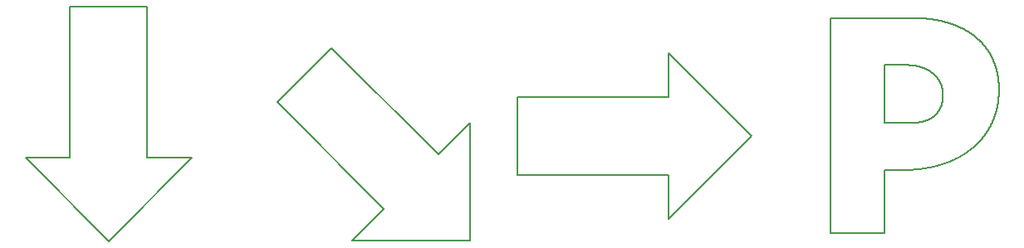
<source format=gbr>
G04 #@! TF.GenerationSoftware,KiCad,Pcbnew,5.0.1*
G04 #@! TF.CreationDate,2018-12-01T17:23:22-05:00*
G04 #@! TF.ProjectId,fightkeyb-pcb-switch,66696768746B6579622D7063622D7377,rev?*
G04 #@! TF.SameCoordinates,Original*
G04 #@! TF.FileFunction,Legend,Top*
G04 #@! TF.FilePolarity,Positive*
%FSLAX46Y46*%
G04 Gerber Fmt 4.6, Leading zero omitted, Abs format (unit mm)*
G04 Created by KiCad (PCBNEW 5.0.1) date Sat 01 Dec 2018 05:23:22 PM EST*
%MOMM*%
%LPD*%
G01*
G04 APERTURE LIST*
%ADD10C,0.200000*%
G04 APERTURE END LIST*
D10*
X221938562Y-119343312D02*
X221922895Y-119352284D01*
X221954143Y-119334255D02*
X221938562Y-119343312D01*
X221969640Y-119325113D02*
X221954143Y-119334255D01*
X222493516Y-114997645D02*
X222506612Y-115011780D01*
X221247828Y-119634198D02*
X221228924Y-119639646D01*
X221266654Y-119628659D02*
X221247828Y-119634198D01*
X221285402Y-119623029D02*
X221266654Y-119628659D01*
X221304072Y-119617309D02*
X221285402Y-119623029D01*
X222956370Y-115675086D02*
X222964605Y-115692474D01*
X222948016Y-115657771D02*
X222956370Y-115675086D01*
X222384919Y-114887470D02*
X222398863Y-114900958D01*
X222506612Y-115011780D02*
X222519600Y-115025995D01*
X222467004Y-114969617D02*
X222480313Y-114983591D01*
X221432573Y-119574748D02*
X221414452Y-119581097D01*
X221450615Y-119568309D02*
X221432573Y-119574748D01*
X221468578Y-119561781D02*
X221450615Y-119568309D01*
X222582924Y-115098259D02*
X222595263Y-115112949D01*
X223219556Y-117248836D02*
X223217824Y-117268617D01*
X223221178Y-117228990D02*
X223219556Y-117248836D01*
X227522911Y-111995474D02*
X227494544Y-111959958D01*
X227551010Y-112031191D02*
X227522911Y-111995474D01*
X227578840Y-112067110D02*
X227551010Y-112031191D01*
X227606400Y-112103229D02*
X227578840Y-112067110D01*
X227633691Y-112139548D02*
X227606400Y-112103229D01*
X227660711Y-112176067D02*
X227633691Y-112139548D01*
X227687460Y-112212786D02*
X227660711Y-112176067D01*
X227713939Y-112249704D02*
X227687460Y-112212786D01*
X227740145Y-112286822D02*
X227713939Y-112249704D01*
X227766080Y-112324138D02*
X227740145Y-112286822D01*
X227791743Y-112361653D02*
X227766080Y-112324138D01*
X227817133Y-112399366D02*
X227791743Y-112361653D01*
X227842250Y-112437276D02*
X227817133Y-112399366D01*
X222867530Y-115505174D02*
X222876941Y-115521838D01*
X222858004Y-115488583D02*
X222867530Y-115505174D01*
X222686080Y-118695164D02*
X222675526Y-118708779D01*
X222696540Y-118681471D02*
X222686080Y-118695164D01*
X222706904Y-118667701D02*
X222696540Y-118681471D01*
X223047278Y-115888382D02*
X223054067Y-115906609D01*
X223040367Y-115870223D02*
X223047278Y-115888382D01*
X222481753Y-118928243D02*
X222469521Y-118940440D01*
X222493893Y-118915967D02*
X222481753Y-118928243D01*
X222505942Y-118903610D02*
X222493893Y-118915967D01*
X225037488Y-123187069D02*
X225084963Y-123159652D01*
X224989758Y-123214245D02*
X225037488Y-123187069D01*
X224941775Y-123241178D02*
X224989758Y-123214245D01*
X224893539Y-123267868D02*
X224941775Y-123241178D01*
X224845050Y-123294315D02*
X224893539Y-123267868D01*
X224796309Y-123320518D02*
X224845050Y-123294315D01*
X221744054Y-114417177D02*
X221761980Y-114427235D01*
X223229422Y-117088237D02*
X223228578Y-117108540D01*
X223230153Y-117067870D02*
X223229422Y-117088237D01*
X222053272Y-124307134D02*
X222113736Y-124293850D01*
X221992592Y-124320146D02*
X222053272Y-124307134D01*
X221931694Y-124332884D02*
X221992592Y-124320146D01*
X221870581Y-124345348D02*
X221931694Y-124332884D01*
X221809253Y-124357537D02*
X221870581Y-124345348D01*
X220483150Y-113981399D02*
X220506310Y-113985598D01*
X220974317Y-114097067D02*
X220995707Y-114103467D01*
X221306360Y-114211072D02*
X221326379Y-114219010D01*
X221286254Y-114203228D02*
X221306360Y-114211072D01*
X221326379Y-114219010D02*
X221346310Y-114227043D01*
X221444635Y-114268615D02*
X221464032Y-114277210D01*
X221671411Y-114377845D02*
X221689711Y-114387543D01*
X221143076Y-114150989D02*
X221163788Y-114158165D01*
X221101394Y-114136927D02*
X221122277Y-114143910D01*
X222269610Y-114782528D02*
X222284386Y-114795356D01*
X222412703Y-114914528D02*
X222426437Y-114928178D01*
X221266060Y-114195479D02*
X221286254Y-114203228D01*
X223171657Y-117594693D02*
X223167968Y-117613266D01*
X223175239Y-117576051D02*
X223171657Y-117594693D01*
X223147921Y-117705106D02*
X223143592Y-117723268D01*
X223152143Y-117686876D02*
X223147921Y-117705106D01*
X228915347Y-115770228D02*
X228911535Y-115718525D01*
X228918857Y-115822106D02*
X228915347Y-115770228D01*
X228922064Y-115874159D02*
X228918857Y-115822106D01*
X228924967Y-115926386D02*
X228922064Y-115874159D01*
X228927566Y-115978787D02*
X228924967Y-115926386D01*
X228929861Y-116031362D02*
X228927566Y-115978787D01*
X228931852Y-116084110D02*
X228929861Y-116031362D01*
X228933537Y-116137031D02*
X228931852Y-116084110D01*
X228934916Y-116190125D02*
X228933537Y-116137031D01*
X228935990Y-116243391D02*
X228934916Y-116190125D01*
X226182827Y-110735056D02*
X226144036Y-110707840D01*
X226221366Y-110762485D02*
X226182827Y-110735056D01*
X226259652Y-110790127D02*
X226221366Y-110762485D01*
X226297684Y-110817982D02*
X226259652Y-110790127D01*
X226335461Y-110846050D02*
X226297684Y-110817982D01*
X226372985Y-110874330D02*
X226335461Y-110846050D01*
X226410253Y-110902822D02*
X226372985Y-110874330D01*
X226447266Y-110931526D02*
X226410253Y-110902822D01*
X226484024Y-110960441D02*
X226447266Y-110931526D01*
X226520526Y-110989567D02*
X226484024Y-110960441D01*
X226556771Y-111018903D02*
X226520526Y-110989567D01*
X226592759Y-111048451D02*
X226556771Y-111018903D01*
X226628490Y-111078208D02*
X226592759Y-111048451D01*
X226663963Y-111108175D02*
X226628490Y-111078208D01*
X222205908Y-119167371D02*
X222191792Y-119177857D01*
X222219935Y-119156802D02*
X222205908Y-119167371D01*
X222233875Y-119146150D02*
X222219935Y-119156802D01*
X222934582Y-118298713D02*
X222926653Y-118314372D01*
X222942410Y-118282979D02*
X222934582Y-118298713D01*
X222950139Y-118267172D02*
X222942410Y-118282979D01*
X225616910Y-110373602D02*
X225574620Y-110349408D01*
X225658954Y-110398015D02*
X225616910Y-110373602D01*
X225700749Y-110422645D02*
X225658954Y-110398015D01*
X225742296Y-110447492D02*
X225700749Y-110422645D01*
X225783595Y-110472556D02*
X225742296Y-110447492D01*
X225824645Y-110497837D02*
X225783595Y-110472556D01*
X225865446Y-110523333D02*
X225824645Y-110497837D01*
X225905997Y-110549046D02*
X225865446Y-110523333D01*
X225946298Y-110574975D02*
X225905997Y-110549046D01*
X225986348Y-110601118D02*
X225946298Y-110574975D01*
X226026147Y-110627477D02*
X225986348Y-110601118D01*
X226065695Y-110654050D02*
X226026147Y-110627477D01*
X226104991Y-110680838D02*
X226065695Y-110654050D01*
X226144036Y-110707840D02*
X226104991Y-110680838D01*
X221592077Y-119513596D02*
X221574675Y-119520745D01*
X221609398Y-119506359D02*
X221592077Y-119513596D01*
X221626638Y-119499034D02*
X221609398Y-119506359D01*
X221385907Y-114243390D02*
X221405572Y-114251705D01*
X221366153Y-114235169D02*
X221385907Y-114243390D01*
X221425148Y-114260113D02*
X221444635Y-114268615D01*
X221225411Y-114180267D02*
X221245779Y-114187826D01*
X223185339Y-117519717D02*
X223182080Y-117538563D01*
X223188491Y-117500804D02*
X223185339Y-117519717D01*
X222299059Y-114808267D02*
X222313629Y-114821262D01*
X222557919Y-115069116D02*
X222570476Y-115083648D01*
X222823779Y-109351506D02*
X222768044Y-109340230D01*
X222879290Y-109363017D02*
X222823779Y-109351506D01*
X222934576Y-109374763D02*
X222879290Y-109363017D01*
X222989636Y-109386743D02*
X222934576Y-109374763D01*
X223044470Y-109398958D02*
X222989636Y-109386743D01*
X223099078Y-109411407D02*
X223044470Y-109398958D01*
X223153459Y-109424090D02*
X223099078Y-109411407D01*
X223207613Y-109437006D02*
X223153459Y-109424090D01*
X223261539Y-109450155D02*
X223207613Y-109437006D01*
X223315237Y-109463537D02*
X223261539Y-109450155D01*
X223368707Y-109477151D02*
X223315237Y-109463537D01*
X223421948Y-109490997D02*
X223368707Y-109477151D01*
X223474960Y-109505076D02*
X223421948Y-109490997D01*
X223527742Y-109519386D02*
X223474960Y-109505076D01*
X223580295Y-109533927D02*
X223527742Y-109519386D01*
X223228855Y-116794844D02*
X223229737Y-116816021D01*
X223227840Y-116773728D02*
X223228855Y-116794844D01*
X226699178Y-111138351D02*
X226663963Y-111108175D01*
X226734135Y-111168737D02*
X226699178Y-111138351D01*
X226768833Y-111199332D02*
X226734135Y-111168737D01*
X226803272Y-111230135D02*
X226768833Y-111199332D01*
X226837451Y-111261147D02*
X226803272Y-111230135D01*
X226871371Y-111292366D02*
X226837451Y-111261147D01*
X226905029Y-111323793D02*
X226871371Y-111292366D01*
X226938427Y-111355428D02*
X226905029Y-111323793D01*
X226971564Y-111387269D02*
X226938427Y-111355428D01*
X227004439Y-111419317D02*
X226971564Y-111387269D01*
X227037053Y-111451572D02*
X227004439Y-111419317D01*
X227069403Y-111484033D02*
X227037053Y-111451572D01*
X227101491Y-111516700D02*
X227069403Y-111484033D01*
X228251778Y-119726469D02*
X228272935Y-119679239D01*
X228230304Y-119773510D02*
X228251778Y-119726469D01*
X228208513Y-119820360D02*
X228230304Y-119773510D01*
X228186408Y-119867020D02*
X228208513Y-119820360D01*
X228163987Y-119913489D02*
X228186408Y-119867020D01*
X228141251Y-119959766D02*
X228163987Y-119913489D01*
X228118203Y-120005850D02*
X228141251Y-119959766D01*
X228094841Y-120051741D02*
X228118203Y-120005850D01*
X228551796Y-118948414D02*
X228567789Y-118898226D01*
X228535474Y-118998420D02*
X228551796Y-118948414D01*
X228518826Y-119048246D02*
X228535474Y-118998420D01*
X228501851Y-119097890D02*
X228518826Y-119048246D01*
X228484550Y-119147351D02*
X228501851Y-119097890D01*
X228466925Y-119196630D02*
X228484550Y-119147351D01*
X228448974Y-119245726D02*
X228466925Y-119196630D01*
X228430700Y-119294637D02*
X228448974Y-119245726D01*
X224448132Y-123497062D02*
X224498616Y-123472582D01*
X224397402Y-123521293D02*
X224448132Y-123497062D01*
X224346426Y-123545275D02*
X224397402Y-123521293D01*
X224295205Y-123569007D02*
X224346426Y-123545275D01*
X224243740Y-123592490D02*
X224295205Y-123569007D01*
X224192031Y-123615721D02*
X224243740Y-123592490D01*
X228683854Y-118490296D02*
X228696867Y-118438510D01*
X228670508Y-118541908D02*
X228683854Y-118490296D01*
X228656828Y-118593343D02*
X228670508Y-118541908D01*
X228642816Y-118644602D02*
X228656828Y-118593343D01*
X228628471Y-118695683D02*
X228642816Y-118644602D01*
X228613796Y-118746587D02*
X228628471Y-118695683D01*
X228598790Y-118797313D02*
X228613796Y-118746587D01*
X228583454Y-118847859D02*
X228598790Y-118797313D01*
X228567789Y-118898226D02*
X228583454Y-118847859D01*
X228412103Y-119343364D02*
X228430700Y-119294637D01*
X228393184Y-119391906D02*
X228412103Y-119343364D01*
X228373943Y-119440262D02*
X228393184Y-119391906D01*
X228354381Y-119488432D02*
X228373943Y-119440262D01*
X228334498Y-119536415D02*
X228354381Y-119488432D01*
X228314296Y-119584211D02*
X228334498Y-119536415D01*
X228293775Y-119631819D02*
X228314296Y-119584211D01*
X228272935Y-119679239D02*
X228293775Y-119631819D01*
X225852442Y-122657133D02*
X225895220Y-122625463D01*
X225809397Y-122688572D02*
X225852442Y-122657133D01*
X225766087Y-122719779D02*
X225809397Y-122688572D01*
X225722510Y-122750754D02*
X225766087Y-122719779D01*
X225678670Y-122781495D02*
X225722510Y-122750754D01*
X225634565Y-122812002D02*
X225678670Y-122781495D01*
X220800226Y-114049410D02*
X220822274Y-114055021D01*
X222444783Y-118964593D02*
X222432277Y-118976549D01*
X222457197Y-118952556D02*
X222444783Y-118964593D01*
X222469521Y-118940440D02*
X222457197Y-118952556D01*
X227152825Y-121454172D02*
X227186131Y-121414967D01*
X227119230Y-121493164D02*
X227152825Y-121454172D01*
X227085345Y-121531944D02*
X227119230Y-121493164D01*
X227051172Y-121570510D02*
X227085345Y-121531944D01*
X227016711Y-121608862D02*
X227051172Y-121570510D01*
X226981963Y-121646999D02*
X227016711Y-121608862D01*
X226946928Y-121684922D02*
X226981963Y-121646999D01*
X222368386Y-119035118D02*
X222355337Y-119046589D01*
X222381345Y-119023566D02*
X222368386Y-119035118D01*
X222394214Y-119011933D02*
X222381345Y-119023566D01*
X223018904Y-115816164D02*
X223026180Y-115834114D01*
X223011508Y-115798283D02*
X223018904Y-115816164D01*
X219117971Y-124613978D02*
X219187534Y-124613531D01*
X219048221Y-124614127D02*
X219117971Y-124613978D01*
X217241617Y-124614127D02*
X219048221Y-124614127D01*
X217241617Y-131081109D02*
X217241617Y-124614127D01*
X211758127Y-131081109D02*
X217241617Y-131081109D01*
X222631623Y-115157488D02*
X222643523Y-115172491D01*
X220342576Y-113958361D02*
X220366196Y-113961943D01*
X222284386Y-114795356D02*
X222299059Y-114808267D01*
X221578519Y-114330724D02*
X221597282Y-114339966D01*
X225318496Y-123018962D02*
X225364430Y-122990106D01*
X225272304Y-123047579D02*
X225318496Y-123018962D01*
X225225854Y-123075957D02*
X225272304Y-123047579D01*
X225179147Y-123104095D02*
X225225854Y-123075957D01*
X225132183Y-123131994D02*
X225179147Y-123104095D01*
X225084963Y-123159652D02*
X225132183Y-123131994D01*
X222119904Y-119229039D02*
X222105265Y-119239025D01*
X222134456Y-119218969D02*
X222119904Y-119229039D01*
X222148921Y-119208816D02*
X222134456Y-119218969D01*
X221346310Y-114227043D02*
X221366153Y-114235169D01*
X221707919Y-114397330D02*
X221726033Y-114407209D01*
X219522278Y-113899505D02*
X219548252Y-113899560D01*
X223215982Y-117288331D02*
X223214029Y-117307980D01*
X223217824Y-117268617D02*
X223215982Y-117288331D01*
X220605514Y-119762778D02*
X220584229Y-119765250D01*
X220626728Y-119760211D02*
X220605514Y-119762778D01*
X220647869Y-119757549D02*
X220626728Y-119760211D01*
X220668939Y-119754792D02*
X220647869Y-119757549D01*
X222254732Y-114769784D02*
X222269610Y-114782528D01*
X220199277Y-113939054D02*
X220223347Y-113942011D01*
X221017012Y-114109965D02*
X221038234Y-114116560D01*
X222859655Y-118436974D02*
X222850837Y-118451963D01*
X222868376Y-118421910D02*
X222859655Y-118436974D01*
X222876998Y-118406771D02*
X222868376Y-118421910D01*
X223001425Y-118154472D02*
X222994402Y-118170791D01*
X223008348Y-118138081D02*
X223001425Y-118154472D01*
X223015169Y-118121617D02*
X223008348Y-118138081D01*
X223060733Y-115924905D02*
X223067277Y-115943270D01*
X223054067Y-115906609D02*
X223060733Y-115924905D01*
X223110338Y-117848454D02*
X223105167Y-117866059D01*
X223115404Y-117830780D02*
X223110338Y-117848454D01*
X223196641Y-116464258D02*
X223199642Y-116484457D01*
X223193509Y-116444121D02*
X223196641Y-116464258D01*
X222194196Y-114719643D02*
X222209483Y-114732052D01*
X222353405Y-124237996D02*
X222412773Y-124223356D01*
X222293817Y-124252366D02*
X222353405Y-124237996D01*
X222234009Y-124266465D02*
X222293817Y-124252366D01*
X222173982Y-124280293D02*
X222234009Y-124266465D01*
X222113736Y-124293850D02*
X222173982Y-124280293D01*
X221778121Y-119429168D02*
X221761618Y-119437280D01*
X221794541Y-119420970D02*
X221778121Y-119429168D01*
X221810877Y-119412686D02*
X221794541Y-119420970D01*
X221827131Y-119404315D02*
X221810877Y-119412686D01*
X221015931Y-119693546D02*
X220996113Y-119697895D01*
X221035674Y-119689105D02*
X221015931Y-119693546D01*
X221055341Y-119684572D02*
X221035674Y-119689105D01*
X221074933Y-119679947D02*
X221055341Y-119684572D01*
X223159510Y-116265749D02*
X223163801Y-116285311D01*
X223155091Y-116246251D02*
X223159510Y-116265749D01*
X221779813Y-114437383D02*
X221797550Y-114447620D01*
X222356715Y-114860740D02*
X222370869Y-114874064D01*
X221163788Y-114158165D02*
X221184415Y-114165437D01*
X220936209Y-119710384D02*
X220916092Y-119714362D01*
X220956252Y-119706314D02*
X220936209Y-119710384D01*
X220976220Y-119702151D02*
X220956252Y-119706314D01*
X220996113Y-119697895D02*
X220976220Y-119702151D01*
X220126624Y-113930812D02*
X220150915Y-113933454D01*
X221486461Y-119555163D02*
X221468578Y-119561781D01*
X221504264Y-119548457D02*
X221486461Y-119555163D01*
X221521987Y-119541662D02*
X221504264Y-119548457D01*
X223060055Y-118004353D02*
X223053950Y-118021320D01*
X223066056Y-117987314D02*
X223060055Y-118004353D01*
X223071954Y-117970205D02*
X223066056Y-117987314D01*
X222328970Y-119069286D02*
X222315652Y-119080513D01*
X222342198Y-119057978D02*
X222328970Y-119069286D01*
X222355337Y-119046589D02*
X222342198Y-119057978D01*
X220345419Y-119786123D02*
X220323288Y-119787443D01*
X220367480Y-119784707D02*
X220345419Y-119786123D01*
X220389471Y-119783194D02*
X220367480Y-119784707D01*
X220411392Y-119781584D02*
X220389471Y-119783194D01*
X221986351Y-114566082D02*
X222002933Y-114577377D01*
X221559665Y-114321575D02*
X221578519Y-114330724D01*
X222370869Y-114874064D02*
X222384919Y-114887470D01*
X220141443Y-124576262D02*
X220208126Y-124571408D01*
X220074564Y-124580826D02*
X220141443Y-124576262D01*
X220007488Y-124585100D02*
X220074564Y-124580826D01*
X219940217Y-124589083D02*
X220007488Y-124585100D01*
X219872752Y-124592774D02*
X219940217Y-124589083D01*
X221322665Y-119611499D02*
X221304072Y-119617309D01*
X221341179Y-119605599D02*
X221322665Y-119611499D01*
X221359615Y-119599608D02*
X221341179Y-119605599D01*
X222805279Y-118525778D02*
X222795875Y-118540314D01*
X222814586Y-118511166D02*
X222805279Y-118525778D01*
X222823795Y-118496479D02*
X222814586Y-118511166D01*
X223212687Y-116586389D02*
X223214902Y-116606961D01*
X223210341Y-116565879D02*
X223212687Y-116586389D01*
X220620940Y-114008122D02*
X220643630Y-114012931D01*
X222922244Y-115606254D02*
X222930953Y-115623354D01*
X222913417Y-115589226D02*
X222922244Y-115606254D01*
X222767087Y-115342601D02*
X222777646Y-115358522D01*
X222756415Y-115326755D02*
X222767087Y-115342601D01*
X222313629Y-114821262D02*
X222328095Y-114834339D01*
X220855295Y-119725735D02*
X220834882Y-119729339D01*
X220875635Y-119722037D02*
X220855295Y-119725735D01*
X220895900Y-119718246D02*
X220875635Y-119722037D01*
X220916092Y-119714362D02*
X220895900Y-119718246D01*
X226656424Y-121980492D02*
X226693725Y-121944310D01*
X226618843Y-122016453D02*
X226656424Y-121980492D01*
X226580982Y-122052194D02*
X226618843Y-122016453D01*
X226542842Y-122087713D02*
X226580982Y-122052194D01*
X226504423Y-122123010D02*
X226542842Y-122087713D01*
X226465727Y-122158085D02*
X226504423Y-122123010D01*
X226426755Y-122192937D02*
X226465727Y-122158085D01*
X220529392Y-113989899D02*
X220552397Y-113994303D01*
X223632617Y-109548699D02*
X223580295Y-109533927D01*
X223684708Y-109563701D02*
X223632617Y-109548699D01*
X223736569Y-109578934D02*
X223684708Y-109563701D01*
X223788197Y-109594397D02*
X223736569Y-109578934D01*
X223839594Y-109610090D02*
X223788197Y-109594397D01*
X223890759Y-109626012D02*
X223839594Y-109610090D01*
X223941690Y-109642163D02*
X223890759Y-109626012D01*
X223992389Y-109658543D02*
X223941690Y-109642163D01*
X224042854Y-109675152D02*
X223992389Y-109658543D01*
X224093086Y-109691988D02*
X224042854Y-109675152D01*
X224143083Y-109709053D02*
X224093086Y-109691988D01*
X224192845Y-109726345D02*
X224143083Y-109709053D01*
X224242372Y-109743864D02*
X224192845Y-109726345D01*
X224291664Y-109761611D02*
X224242372Y-109743864D01*
X223041432Y-118055040D02*
X223035020Y-118071792D01*
X223047742Y-118038216D02*
X223041432Y-118055040D01*
X223053950Y-118021320D02*
X223047742Y-118038216D01*
X227870619Y-120455984D02*
X227896766Y-120411855D01*
X227844166Y-120499914D02*
X227870619Y-120455984D01*
X227817408Y-120543645D02*
X227844166Y-120499914D01*
X227790344Y-120587176D02*
X227817408Y-120543645D01*
X227762977Y-120630507D02*
X227790344Y-120587176D01*
X227735306Y-120673636D02*
X227762977Y-120630507D01*
X227707333Y-120716565D02*
X227735306Y-120673636D01*
X227679058Y-120759291D02*
X227707333Y-120716565D01*
X222980050Y-118203211D02*
X222972723Y-118219311D01*
X222987277Y-118187037D02*
X222980050Y-118203211D01*
X222994402Y-118170791D02*
X222987277Y-118187037D01*
X221094449Y-119675230D02*
X221074933Y-119679947D01*
X221113889Y-119670421D02*
X221094449Y-119675230D01*
X221133253Y-119665520D02*
X221113889Y-119670421D01*
X221152541Y-119660528D02*
X221133253Y-119665520D01*
X228604607Y-114066868D02*
X228590448Y-114021479D01*
X228618477Y-114112442D02*
X228604607Y-114066868D01*
X228632057Y-114158202D02*
X228618477Y-114112442D01*
X228645349Y-114204146D02*
X228632057Y-114158202D01*
X228658350Y-114250276D02*
X228645349Y-114204146D01*
X228671060Y-114296590D02*
X228658350Y-114250276D01*
X228683480Y-114343087D02*
X228671060Y-114296590D01*
X228695608Y-114389769D02*
X228683480Y-114343087D01*
X228707445Y-114436634D02*
X228695608Y-114389769D01*
X228718990Y-114483682D02*
X228707445Y-114436634D01*
X228730242Y-114530914D02*
X228718990Y-114483682D01*
X228741202Y-114578327D02*
X228730242Y-114530914D01*
X222666993Y-115202729D02*
X222678562Y-115217964D01*
X222517898Y-118891174D02*
X222505942Y-118903610D01*
X222529763Y-118878659D02*
X222517898Y-118891174D01*
X222541535Y-118866064D02*
X222529763Y-118878659D01*
X220472875Y-124549106D02*
X220538563Y-124542812D01*
X220406986Y-124555114D02*
X220472875Y-124549106D01*
X220340898Y-124560833D02*
X220406986Y-124555114D01*
X220274611Y-124566265D02*
X220340898Y-124560833D01*
X220208126Y-124571408D02*
X220274611Y-124566265D01*
X221615952Y-114349299D02*
X221634531Y-114358723D01*
X222619613Y-115142564D02*
X222631623Y-115157488D01*
X228164995Y-112988631D02*
X228143742Y-112947983D01*
X228185968Y-113029473D02*
X228164995Y-112988631D01*
X228206663Y-113070508D02*
X228185968Y-113029473D01*
X228227077Y-113111736D02*
X228206663Y-113070508D01*
X228247211Y-113153156D02*
X228227077Y-113111736D01*
X228267065Y-113194768D02*
X228247211Y-113153156D01*
X228286638Y-113236572D02*
X228267065Y-113194768D01*
X228305929Y-113278567D02*
X228286638Y-113236572D01*
X228324938Y-113320753D02*
X228305929Y-113278567D01*
X228343666Y-113363130D02*
X228324938Y-113320753D01*
X228362110Y-113405698D02*
X228343666Y-113363130D01*
X228380272Y-113448456D02*
X228362110Y-113405698D01*
X228398151Y-113491404D02*
X228380272Y-113448456D01*
X220389740Y-113965628D02*
X220413208Y-113969417D01*
X221884812Y-114500143D02*
X221901977Y-114510913D01*
X223197295Y-117443660D02*
X223194469Y-117462775D01*
X223200013Y-117424477D02*
X223197295Y-117443660D01*
X221901977Y-114510913D02*
X221919046Y-114521771D01*
X223202513Y-116504719D02*
X223205253Y-116525044D01*
X223199642Y-116484457D02*
X223202513Y-116504719D01*
X219854642Y-113908754D02*
X219879725Y-113910225D01*
X227650481Y-120801814D02*
X227679058Y-120759291D01*
X227621604Y-120844135D02*
X227650481Y-120801814D01*
X227592426Y-120886251D02*
X227621604Y-120844135D01*
X227562950Y-120928163D02*
X227592426Y-120886251D01*
X227533174Y-120969871D02*
X227562950Y-120928163D01*
X227503101Y-121011373D02*
X227533174Y-120969871D01*
X227472731Y-121052669D02*
X227503101Y-121011373D01*
X227442064Y-121093758D02*
X227472731Y-121052669D01*
X222988596Y-115745061D02*
X222996353Y-115762731D01*
X222980718Y-115727461D02*
X222988596Y-115745061D01*
X221171752Y-119655444D02*
X221152541Y-119660528D01*
X221190886Y-119650269D02*
X221171752Y-119655444D01*
X221209944Y-119645003D02*
X221190886Y-119650269D01*
X221228924Y-119639646D02*
X221209944Y-119645003D01*
X219728182Y-113903018D02*
X219753613Y-113903949D01*
X222019417Y-114588760D02*
X222035804Y-114600229D01*
X221540720Y-114312517D02*
X221559665Y-114321575D01*
X226911608Y-121722629D02*
X226946928Y-121684922D01*
X226876003Y-121760120D02*
X226911608Y-121722629D01*
X226840114Y-121797394D02*
X226876003Y-121760120D01*
X226803940Y-121834450D02*
X226840114Y-121797394D01*
X226767484Y-121871289D02*
X226803940Y-121834450D01*
X226730746Y-121907909D02*
X226767484Y-121871289D01*
X226693725Y-121944310D02*
X226730746Y-121907909D01*
X223226690Y-116752671D02*
X223227840Y-116773728D01*
X223225405Y-116731674D02*
X223226690Y-116752671D01*
X220366196Y-113961943D02*
X220389740Y-113965628D01*
X228071167Y-120097439D02*
X228094841Y-120051741D01*
X228047182Y-120142942D02*
X228071167Y-120097439D01*
X228022886Y-120188251D02*
X228047182Y-120142942D01*
X227998280Y-120233365D02*
X228022886Y-120188251D01*
X227973364Y-120278283D02*
X227998280Y-120233365D01*
X227948139Y-120323004D02*
X227973364Y-120278283D01*
X227922606Y-120367528D02*
X227948139Y-120323004D01*
X227896766Y-120411855D02*
X227922606Y-120367528D01*
X222910498Y-118345469D02*
X222902271Y-118360906D01*
X222918625Y-118329958D02*
X222910498Y-118345469D01*
X222926653Y-118314372D02*
X222918625Y-118329958D01*
X222654133Y-118735776D02*
X222643295Y-118749157D01*
X222664877Y-118722316D02*
X222654133Y-118735776D01*
X222675526Y-118708779D02*
X222664877Y-118722316D01*
X228751868Y-114625923D02*
X228741202Y-114578327D01*
X228762240Y-114673701D02*
X228751868Y-114625923D01*
X228772319Y-114721661D02*
X228762240Y-114673701D01*
X228782103Y-114769802D02*
X228772319Y-114721661D01*
X228791592Y-114818124D02*
X228782103Y-114769802D01*
X228800787Y-114866626D02*
X228791592Y-114818124D01*
X228809685Y-114915309D02*
X228800787Y-114866626D01*
X228818288Y-114964172D02*
X228809685Y-114915309D01*
X228826594Y-115013215D02*
X228818288Y-114964172D01*
X228834603Y-115062438D02*
X228826594Y-115013215D01*
X228842315Y-115111839D02*
X228834603Y-115062438D01*
X228849729Y-115161420D02*
X228842315Y-115111839D01*
X223227623Y-117128778D02*
X223226556Y-117148950D01*
X223228578Y-117108540D02*
X223227623Y-117128778D01*
X227133316Y-111549572D02*
X227101491Y-111516700D01*
X227164878Y-111582649D02*
X227133316Y-111549572D01*
X227196175Y-111615932D02*
X227164878Y-111582649D01*
X227227208Y-111649419D02*
X227196175Y-111615932D01*
X227257976Y-111683110D02*
X227227208Y-111649419D01*
X227288479Y-111717005D02*
X227257976Y-111683110D01*
X227318717Y-111751104D02*
X227288479Y-111717005D01*
X227348689Y-111785406D02*
X227318717Y-111751104D01*
X227378394Y-111819912D02*
X227348689Y-111785406D01*
X227407832Y-111854620D02*
X227378394Y-111819912D01*
X227437004Y-111889530D02*
X227407832Y-111854620D01*
X227465908Y-111924643D02*
X227437004Y-111889530D01*
X227494544Y-111959958D02*
X227465908Y-111924643D01*
X222553214Y-118853389D02*
X222541535Y-118866064D01*
X222564801Y-118840636D02*
X222553214Y-118853389D01*
X222576294Y-118827803D02*
X222564801Y-118840636D01*
X222808639Y-115406736D02*
X222818742Y-115422957D01*
X222798422Y-115390590D02*
X222808639Y-115406736D01*
X221055697Y-109116927D02*
X220993402Y-109112850D01*
X221117780Y-109121248D02*
X221055697Y-109116927D01*
X221179650Y-109125813D02*
X221117780Y-109121248D01*
X221241306Y-109130622D02*
X221179650Y-109125813D01*
X221302747Y-109135675D02*
X221241306Y-109130622D01*
X221363975Y-109140971D02*
X221302747Y-109135675D01*
X221424987Y-109146510D02*
X221363975Y-109140971D01*
X221485784Y-109152291D02*
X221424987Y-109146510D01*
X221546365Y-109158315D02*
X221485784Y-109152291D01*
X221606730Y-109164580D02*
X221546365Y-109158315D01*
X221666879Y-109171087D02*
X221606730Y-109164580D01*
X221726811Y-109177836D02*
X221666879Y-109171087D01*
X221786525Y-109184825D02*
X221726811Y-109177836D01*
X221846022Y-109192056D02*
X221786525Y-109184825D01*
X221905301Y-109199526D02*
X221846022Y-109192056D01*
X221122277Y-114143910D02*
X221143076Y-114150989D01*
X223167964Y-116304939D02*
X223172000Y-116324630D01*
X223163801Y-116285311D02*
X223167964Y-116304939D01*
X223225378Y-117169058D02*
X223224089Y-117189101D01*
X223226556Y-117148950D02*
X223225378Y-117169058D01*
X223222689Y-117209078D02*
X223221178Y-117228990D01*
X223224089Y-117189101D02*
X223222689Y-117209078D01*
X223164172Y-117631771D02*
X223160269Y-117650208D01*
X223167968Y-117613266D02*
X223164172Y-117631771D01*
X222655313Y-115187571D02*
X222666993Y-115202729D01*
X223191534Y-117481823D02*
X223188491Y-117500804D01*
X223194469Y-117462775D02*
X223191534Y-117481823D01*
X223207513Y-117366528D02*
X223205122Y-117385911D01*
X223209795Y-117347078D02*
X223207513Y-117366528D01*
X222621336Y-118775686D02*
X222610216Y-118788833D01*
X222632363Y-118762461D02*
X222621336Y-118775686D01*
X222643295Y-118749157D02*
X222632363Y-118762461D01*
X228856846Y-115211179D02*
X228849729Y-115161420D01*
X228863664Y-115261116D02*
X228856846Y-115211179D01*
X228870183Y-115311232D02*
X228863664Y-115261116D01*
X228876404Y-115361525D02*
X228870183Y-115311232D01*
X228882324Y-115411995D02*
X228876404Y-115361525D01*
X228887945Y-115462643D02*
X228882324Y-115411995D01*
X228893265Y-115513467D02*
X228887945Y-115462643D01*
X228898285Y-115564467D02*
X228893265Y-115513467D01*
X228903003Y-115615644D02*
X228898285Y-115564467D01*
X228907420Y-115666997D02*
X228903003Y-115615644D01*
X228911535Y-115718525D02*
X228907420Y-115666997D01*
X221521684Y-114303551D02*
X221540720Y-114312517D01*
X221891310Y-119369971D02*
X221875391Y-119378686D01*
X221907145Y-119361170D02*
X221891310Y-119369971D01*
X221922895Y-119352284D02*
X221907145Y-119361170D01*
X220866126Y-114066541D02*
X220887930Y-114072449D01*
X220519946Y-119772094D02*
X220498377Y-119774184D01*
X220541445Y-119769908D02*
X220519946Y-119772094D01*
X220562873Y-119767627D02*
X220541445Y-119769908D01*
X220584229Y-119765250D02*
X220562873Y-119767627D01*
X223823304Y-123771274D02*
X223876699Y-123749813D01*
X223769670Y-123792479D02*
X223823304Y-123771274D01*
X223715799Y-123813429D02*
X223769670Y-123792479D01*
X223661691Y-123834122D02*
X223715799Y-123813429D01*
X223607347Y-123854558D02*
X223661691Y-123834122D01*
X223552768Y-123874737D02*
X223607347Y-123854558D01*
X220459913Y-113977302D02*
X220483150Y-113981399D01*
X223230483Y-116837256D02*
X223231094Y-116858551D01*
X223229737Y-116816021D02*
X223230483Y-116837256D01*
X223156259Y-117668576D02*
X223152143Y-117686876D01*
X223160269Y-117650208D02*
X223156259Y-117668576D01*
X221985052Y-119315886D02*
X221969640Y-119325113D01*
X222000378Y-119306574D02*
X221985052Y-119315886D01*
X222015620Y-119297177D02*
X222000378Y-119306574D01*
X220822274Y-114055021D02*
X220844241Y-114060731D01*
X220688772Y-114022852D02*
X220711223Y-114027964D01*
X223033334Y-115852134D02*
X223040367Y-115870223D01*
X223026180Y-115834114D02*
X223033334Y-115852134D01*
X222084369Y-114635155D02*
X222100359Y-114646969D01*
X220175133Y-113936201D02*
X220199277Y-113939054D01*
X222068280Y-114623427D02*
X222084369Y-114635155D01*
X220256482Y-119790820D02*
X220234075Y-119791751D01*
X220278820Y-119789791D02*
X220256482Y-119790820D01*
X220301088Y-119788666D02*
X220278820Y-119789791D01*
X220323288Y-119787443D02*
X220301088Y-119788666D01*
X222052091Y-114611785D02*
X222068280Y-114623427D01*
X222595263Y-115112949D02*
X222607492Y-115127717D01*
X220436599Y-113973308D02*
X220459913Y-113977302D01*
X223089028Y-117918450D02*
X223083441Y-117935772D01*
X223094512Y-117901057D02*
X223089028Y-117918450D01*
X222247726Y-119135416D02*
X222233875Y-119146150D01*
X222261489Y-119124600D02*
X222247726Y-119135416D01*
X222275163Y-119113701D02*
X222261489Y-119124600D01*
X221120641Y-124473344D02*
X221184290Y-124464211D01*
X221056784Y-124482195D02*
X221120641Y-124473344D01*
X220992722Y-124490765D02*
X221056784Y-124482195D01*
X220928453Y-124499052D02*
X220992722Y-124490765D01*
X220863980Y-124507056D02*
X220928453Y-124499052D01*
X220887930Y-114072449D02*
X220909651Y-114078456D01*
X220909651Y-114078456D02*
X220931289Y-114084562D01*
X220931289Y-114084562D02*
X220952845Y-114090766D01*
X220271264Y-113948239D02*
X220295110Y-113951509D01*
X221815193Y-114457947D02*
X221832741Y-114468363D01*
X223223988Y-116710737D02*
X223225405Y-116731674D01*
X223222436Y-116689860D02*
X223223988Y-116710737D01*
X219879725Y-113910225D02*
X219904737Y-113911803D01*
X222519600Y-115025995D02*
X222532481Y-115040289D01*
X223230773Y-117047438D02*
X223230153Y-117067870D01*
X223231280Y-117026942D02*
X223230773Y-117047438D01*
X223139158Y-117741360D02*
X223134618Y-117759383D01*
X223143592Y-117723268D02*
X223139158Y-117741360D01*
X220318881Y-113954883D02*
X220342576Y-113958361D01*
X223231675Y-117006381D02*
X223231280Y-117026942D01*
X223231957Y-116985757D02*
X223231675Y-117006381D01*
X220433244Y-119779878D02*
X220411392Y-119781584D01*
X220455025Y-119778076D02*
X220433244Y-119779878D01*
X220476736Y-119776178D02*
X220455025Y-119778076D01*
X220498377Y-119774184D02*
X220476736Y-119776178D01*
X222002933Y-114577377D02*
X222019417Y-114588760D01*
X220099124Y-109081607D02*
X220033681Y-109081233D01*
X220164359Y-109082230D02*
X220099124Y-109081607D01*
X220229387Y-109083102D02*
X220164359Y-109082230D01*
X220294207Y-109084222D02*
X220229387Y-109083102D01*
X220358819Y-109085591D02*
X220294207Y-109084222D01*
X220423223Y-109087207D02*
X220358819Y-109085591D01*
X220487417Y-109089070D02*
X220423223Y-109087207D01*
X220551402Y-109091181D02*
X220487417Y-109089070D01*
X220615177Y-109093538D02*
X220551402Y-109091181D01*
X220678742Y-109096142D02*
X220615177Y-109093538D01*
X220742097Y-109098992D02*
X220678742Y-109096142D01*
X220805241Y-109102089D02*
X220742097Y-109098992D01*
X220868173Y-109105430D02*
X220805241Y-109102089D01*
X220930893Y-109109018D02*
X220868173Y-109105430D01*
X220993402Y-109112850D02*
X220930893Y-109109018D01*
X220711223Y-114027964D02*
X220733595Y-114033175D01*
X222848361Y-115472066D02*
X222858004Y-115488583D01*
X222838603Y-115455622D02*
X222848361Y-115472066D01*
X221464032Y-114277210D02*
X221483340Y-114285898D01*
X222937046Y-124079542D02*
X222994171Y-124062234D01*
X222879694Y-124096587D02*
X222937046Y-124079542D01*
X222822115Y-124113366D02*
X222879694Y-124096587D01*
X222764310Y-124129880D02*
X222822115Y-124113366D01*
X222706280Y-124146127D02*
X222764310Y-124129880D01*
X223497954Y-123894657D02*
X223552768Y-123874737D01*
X223442905Y-123914319D02*
X223497954Y-123894657D01*
X223387623Y-123933722D02*
X223442905Y-123914319D01*
X223332109Y-123952864D02*
X223387623Y-123933722D01*
X223276362Y-123971747D02*
X223332109Y-123952864D01*
X222100359Y-114646969D02*
X222116249Y-114658868D01*
X228936758Y-116296830D02*
X228935990Y-116243391D01*
X228937218Y-116350440D02*
X228936758Y-116296830D01*
X228937372Y-116404222D02*
X228937218Y-116350440D01*
X228937192Y-116462103D02*
X228937372Y-116404222D01*
X228936653Y-116519829D02*
X228937192Y-116462103D01*
X228935756Y-116577401D02*
X228936653Y-116519829D01*
X228934501Y-116634816D02*
X228935756Y-116577401D01*
X228932889Y-116692076D02*
X228934501Y-116634816D01*
X228930921Y-116749179D02*
X228932889Y-116692076D01*
X228928597Y-116806124D02*
X228930921Y-116749179D01*
X219651477Y-113900880D02*
X219677114Y-113901484D01*
X221761980Y-114427235D02*
X221779813Y-114437383D01*
X221502557Y-114294678D02*
X221521684Y-114303551D01*
X220773200Y-119739590D02*
X220752493Y-119742819D01*
X220793834Y-119736267D02*
X220773200Y-119739590D01*
X220814394Y-119732850D02*
X220793834Y-119736267D01*
X220834882Y-119729339D02*
X220814394Y-119732850D01*
X223099892Y-117883593D02*
X223094512Y-117901057D01*
X223105167Y-117866059D02*
X223099892Y-117883593D01*
X217241617Y-113899505D02*
X219522278Y-113899505D01*
X217241617Y-119795731D02*
X217241617Y-113899505D01*
X220029353Y-119795731D02*
X217241617Y-119795731D01*
X220052370Y-119795682D02*
X220029353Y-119795731D01*
X225590197Y-122842275D02*
X225634565Y-122812002D01*
X225545566Y-122872314D02*
X225590197Y-122842275D01*
X225500673Y-122902116D02*
X225545566Y-122872314D01*
X225455519Y-122931683D02*
X225500673Y-122902116D01*
X225410105Y-122961013D02*
X225455519Y-122931683D01*
X225364430Y-122990106D02*
X225410105Y-122961013D01*
X222648025Y-124162109D02*
X222706280Y-124146127D01*
X222589546Y-124177823D02*
X222648025Y-124162109D01*
X222530844Y-124193269D02*
X222589546Y-124177823D01*
X222471919Y-124208447D02*
X222530844Y-124193269D01*
X222412773Y-124223356D02*
X222471919Y-124208447D01*
X222747408Y-118611851D02*
X222737425Y-118625929D01*
X222757294Y-118597697D02*
X222747408Y-118611851D01*
X222767084Y-118583465D02*
X222757294Y-118597697D01*
X228415746Y-113534541D02*
X228398151Y-113491404D01*
X228433056Y-113577868D02*
X228415746Y-113534541D01*
X228450082Y-113621384D02*
X228433056Y-113577868D01*
X228466823Y-113665088D02*
X228450082Y-113621384D01*
X228483279Y-113708981D02*
X228466823Y-113665088D01*
X228499449Y-113753062D02*
X228483279Y-113708981D01*
X228515333Y-113797330D02*
X228499449Y-113753062D01*
X228530931Y-113841786D02*
X228515333Y-113797330D01*
X228546241Y-113886430D02*
X228530931Y-113841786D01*
X228561265Y-113931260D02*
X228546241Y-113886430D01*
X228576000Y-113976276D02*
X228561265Y-113931260D01*
X228590448Y-114021479D02*
X228576000Y-113976276D01*
X226105086Y-122463657D02*
X226146249Y-122430610D01*
X226063651Y-122496477D02*
X226105086Y-122463657D01*
X226021947Y-122529068D02*
X226063651Y-122496477D01*
X225979973Y-122561429D02*
X226021947Y-122529068D01*
X225937731Y-122593561D02*
X225979973Y-122561429D01*
X225895220Y-122625463D02*
X225937731Y-122593561D01*
X222406992Y-119000219D02*
X222394214Y-119011933D01*
X222419680Y-118988424D02*
X222406992Y-119000219D01*
X222432277Y-118976549D02*
X222419680Y-118988424D01*
X142111900Y-123387712D02*
X146647278Y-123387712D01*
X142111900Y-107972618D02*
X142111900Y-123387712D01*
X134218032Y-107972618D02*
X142111900Y-107972618D01*
X134218032Y-123387712D02*
X134218032Y-107972618D01*
X129682655Y-123387712D02*
X134218032Y-123387712D01*
X138166146Y-131871203D02*
X129682655Y-123387712D01*
X146647278Y-123387712D02*
X138166146Y-131871203D01*
X223211967Y-117327562D02*
X223209795Y-117347078D01*
X223214029Y-117307980D02*
X223211967Y-117327562D01*
X219805092Y-124596173D02*
X219872752Y-124592774D01*
X219737239Y-124599280D02*
X219805092Y-124596173D01*
X219669193Y-124602093D02*
X219737239Y-124599280D01*
X219600955Y-124604613D02*
X219669193Y-124602093D01*
X219532526Y-124606838D02*
X219600955Y-124604613D01*
X228798841Y-117964626D02*
X228808477Y-117911116D01*
X228788864Y-118017967D02*
X228798841Y-117964626D01*
X228778548Y-118071137D02*
X228788864Y-118017967D01*
X228767891Y-118124136D02*
X228778548Y-118071137D01*
X228756897Y-118176964D02*
X228767891Y-118124136D01*
X228745564Y-118229619D02*
X228756897Y-118176964D01*
X228733894Y-118282102D02*
X228745564Y-118229619D01*
X228721887Y-118334412D02*
X228733894Y-118282102D01*
X228709545Y-118386548D02*
X228721887Y-118334412D01*
X228696867Y-118438510D02*
X228709545Y-118386548D01*
X223120614Y-116111599D02*
X223125917Y-116130638D01*
X223115185Y-116092628D02*
X223120614Y-116111599D01*
X222545254Y-115054663D02*
X222557919Y-115069116D01*
X220995707Y-114103467D02*
X221017012Y-114109965D01*
X222972721Y-115709932D02*
X222980718Y-115727461D01*
X222964605Y-115692474D02*
X222972721Y-115709932D01*
X220166445Y-119793960D02*
X220143765Y-119794501D01*
X220189057Y-119793321D02*
X220166445Y-119793960D01*
X220211600Y-119792585D02*
X220189057Y-119793321D01*
X220234075Y-119791751D02*
X220211600Y-119792585D01*
X222832907Y-118481716D02*
X222823795Y-118496479D01*
X222841921Y-118466877D02*
X222832907Y-118481716D01*
X222850837Y-118451963D02*
X222841921Y-118466877D01*
X221377973Y-119593527D02*
X221359615Y-119599608D01*
X221396252Y-119587357D02*
X221377973Y-119593527D01*
X221414452Y-119581097D02*
X221396252Y-119587357D01*
X221643796Y-119491621D02*
X221626638Y-119499034D01*
X221660874Y-119484120D02*
X221643796Y-119491621D01*
X221677869Y-119476531D02*
X221660874Y-119484120D01*
X221694783Y-119468855D02*
X221677869Y-119476531D01*
X223231570Y-116879904D02*
X223231911Y-116901316D01*
X223231094Y-116858551D02*
X223231570Y-116879904D01*
X221747711Y-124369452D02*
X221809253Y-124357537D01*
X221685954Y-124381091D02*
X221747711Y-124369452D01*
X221623985Y-124392454D02*
X221685954Y-124381091D01*
X221561803Y-124403539D02*
X221623985Y-124392454D01*
X221499410Y-124414348D02*
X221561803Y-124403539D01*
X220643630Y-114012931D02*
X220666240Y-114017841D01*
X221843301Y-119395858D02*
X221827131Y-119404315D01*
X221859388Y-119387315D02*
X221843301Y-119395858D01*
X221875391Y-119378686D02*
X221859388Y-119387315D01*
X223003991Y-115780472D02*
X223011508Y-115798283D01*
X222996353Y-115762731D02*
X223003991Y-115780472D01*
X222288748Y-119102720D02*
X222275163Y-119113701D01*
X222302245Y-119091658D02*
X222288748Y-119102720D01*
X222315652Y-119080513D02*
X222302245Y-119091658D01*
X224140079Y-123638701D02*
X224192031Y-123615721D01*
X224087885Y-123661430D02*
X224140079Y-123638701D01*
X224035449Y-123683906D02*
X224087885Y-123661430D01*
X223982772Y-123706129D02*
X224035449Y-123683906D01*
X223929855Y-123728098D02*
X223982772Y-123706129D01*
X223876699Y-123749813D02*
X223929855Y-123728098D01*
X222030775Y-119287696D02*
X222015620Y-119297177D01*
X222045846Y-119278130D02*
X222030775Y-119287696D01*
X222060830Y-119268480D02*
X222045846Y-119278130D01*
X220799302Y-124514777D02*
X220863980Y-124507056D01*
X220734421Y-124522213D02*
X220799302Y-124514777D01*
X220669337Y-124529365D02*
X220734421Y-124522213D01*
X220604051Y-124536231D02*
X220669337Y-124529365D01*
X220538563Y-124542812D02*
X220604051Y-124536231D01*
X221850194Y-114478868D02*
X221867551Y-114489461D01*
X228925918Y-116862911D02*
X228928597Y-116806124D01*
X228922885Y-116919540D02*
X228925918Y-116862911D01*
X228919498Y-116976010D02*
X228922885Y-116919540D01*
X228915759Y-117032321D02*
X228919498Y-116976010D01*
X228911667Y-117088471D02*
X228915759Y-117032321D01*
X228907223Y-117144460D02*
X228911667Y-117088471D01*
X228902429Y-117200288D02*
X228907223Y-117144460D01*
X228897284Y-117255954D02*
X228902429Y-117200288D01*
X228891790Y-117311458D02*
X228897284Y-117255954D01*
X228885947Y-117366799D02*
X228891790Y-117311458D01*
X228879755Y-117421976D02*
X228885947Y-117366799D01*
X228873216Y-117476989D02*
X228879755Y-117421976D01*
X228866331Y-117531837D02*
X228873216Y-117476989D01*
X228859099Y-117586520D02*
X228866331Y-117531837D01*
X228851522Y-117641038D02*
X228859099Y-117586520D01*
X228843599Y-117695388D02*
X228851522Y-117641038D01*
X228835333Y-117749572D02*
X228843599Y-117695388D01*
X228826724Y-117803588D02*
X228835333Y-117749572D01*
X228817771Y-117857437D02*
X228826724Y-117803588D01*
X228808477Y-117911116D02*
X228817771Y-117857437D01*
X220028728Y-113921300D02*
X220053311Y-113923519D01*
X219979346Y-113917181D02*
X220004073Y-113919188D01*
X220004073Y-113919188D02*
X220028728Y-113921300D01*
X222224668Y-114744545D02*
X222239751Y-114757122D01*
X222776778Y-118569158D02*
X222767084Y-118583465D01*
X222786375Y-118554774D02*
X222776778Y-118569158D01*
X222795875Y-118540314D02*
X222786375Y-118554774D01*
X221969670Y-114554873D02*
X221986351Y-114566082D01*
X222643523Y-115172491D02*
X222655313Y-115187571D01*
X221483340Y-114285898D02*
X221502557Y-114294678D01*
X221405572Y-114251705D02*
X221425148Y-114260113D01*
X220689936Y-119751941D02*
X220668939Y-119754792D01*
X220710861Y-119748995D02*
X220689936Y-119751941D01*
X220731713Y-119745954D02*
X220710861Y-119748995D01*
X220752493Y-119742819D02*
X220731713Y-119745954D01*
X220778096Y-114043899D02*
X220800226Y-114049410D01*
X219829490Y-113907390D02*
X219854642Y-113908754D01*
X222178808Y-114707318D02*
X222194196Y-114719643D01*
X220755886Y-114038487D02*
X220778096Y-114043899D01*
X222342457Y-114847498D02*
X222356715Y-114860740D01*
X220053311Y-113923519D02*
X220077821Y-113925844D01*
X223202622Y-117405227D02*
X223200013Y-117424477D01*
X223205122Y-117385911D02*
X223202622Y-117405227D01*
X219954547Y-113915282D02*
X219979346Y-113917181D01*
X219753613Y-113903949D02*
X219778975Y-113904988D01*
X221711615Y-119461092D02*
X221694783Y-119468855D01*
X221728365Y-119453242D02*
X221711615Y-119461092D01*
X221745033Y-119445304D02*
X221728365Y-119453242D01*
X221761618Y-119437280D02*
X221745033Y-119445304D01*
X221964361Y-109207237D02*
X221905301Y-109199526D01*
X222023202Y-109215188D02*
X221964361Y-109207237D01*
X222081825Y-109223378D02*
X222023202Y-109215188D01*
X222140227Y-109231807D02*
X222081825Y-109223378D01*
X222198409Y-109240476D02*
X222140227Y-109231807D01*
X222256371Y-109249382D02*
X222198409Y-109240476D01*
X222314113Y-109258527D02*
X222256371Y-109249382D01*
X222371632Y-109267911D02*
X222314113Y-109258527D01*
X222428931Y-109277531D02*
X222371632Y-109267911D01*
X222486007Y-109287389D02*
X222428931Y-109277531D01*
X222542861Y-109297485D02*
X222486007Y-109287389D01*
X222599492Y-109307817D02*
X222542861Y-109297485D01*
X222655899Y-109318385D02*
X222599492Y-109307817D01*
X222712083Y-109329189D02*
X222655899Y-109318385D01*
X222768044Y-109340230D02*
X222712083Y-109329189D01*
X175031712Y-131824033D02*
X163036429Y-131824033D01*
X175031712Y-119828750D02*
X175031712Y-131824033D01*
X171828881Y-123031580D02*
X175031712Y-119828750D01*
X160916146Y-112135354D02*
X171828881Y-123031580D01*
X155345391Y-117708467D02*
X160916146Y-112135354D01*
X166241617Y-128621203D02*
X155345391Y-117708467D01*
X163036429Y-131824033D02*
X166241617Y-128621203D01*
X195229825Y-117196675D02*
X195229825Y-112663656D01*
X179814730Y-117196675D02*
X195229825Y-117196675D01*
X179814730Y-125090543D02*
X179814730Y-117196675D01*
X195229825Y-125090543D02*
X179814730Y-125090543D01*
X195229825Y-129625920D02*
X195229825Y-125090543D01*
X203710957Y-121144788D02*
X195229825Y-129625920D01*
X195229825Y-112663656D02*
X203710957Y-121144788D01*
X211758127Y-109081109D02*
X211758127Y-131081109D01*
X219968032Y-109081109D02*
X211758127Y-109081109D01*
X220033681Y-109081233D02*
X219968032Y-109081109D01*
X222885521Y-118391558D02*
X222876998Y-118406771D01*
X222893946Y-118376269D02*
X222885521Y-118391558D01*
X222902271Y-118360906D02*
X222893946Y-118376269D01*
X223220384Y-123990368D02*
X223276362Y-123971747D01*
X223164175Y-124008728D02*
X223220384Y-123990368D01*
X223107736Y-124026826D02*
X223164175Y-124008728D01*
X223051068Y-124044662D02*
X223107736Y-124026826D01*
X222994171Y-124062234D02*
X223051068Y-124044662D01*
X220733595Y-114033175D02*
X220755886Y-114038487D01*
X222239751Y-114757122D02*
X222254732Y-114769784D01*
X223129972Y-117777337D02*
X223125221Y-117795221D01*
X223134618Y-117759383D02*
X223129972Y-117777337D01*
X225002513Y-110054832D02*
X224956801Y-110033718D01*
X225047983Y-110076168D02*
X225002513Y-110054832D01*
X225093211Y-110097725D02*
X225047983Y-110076168D01*
X225138196Y-110119504D02*
X225093211Y-110097725D01*
X225182938Y-110141505D02*
X225138196Y-110119504D01*
X225227437Y-110163726D02*
X225182938Y-110141505D01*
X225271693Y-110186167D02*
X225227437Y-110163726D01*
X225315704Y-110208829D02*
X225271693Y-110186167D01*
X225359470Y-110231711D02*
X225315704Y-110208829D01*
X225402992Y-110254812D02*
X225359470Y-110231711D01*
X225446268Y-110278133D02*
X225402992Y-110254812D01*
X225489298Y-110301673D02*
X225446268Y-110278133D01*
X225532082Y-110325431D02*
X225489298Y-110301673D01*
X225574620Y-110349408D02*
X225532082Y-110325431D01*
X222209483Y-114732052D02*
X222224668Y-114744545D01*
X220077821Y-113925844D02*
X220102259Y-113928275D01*
X222587695Y-118814892D02*
X222576294Y-118827803D01*
X222599002Y-118801902D02*
X222587695Y-118814892D01*
X222610216Y-118788833D02*
X222599002Y-118801902D01*
X223021888Y-118105081D02*
X223015169Y-118121617D01*
X223028505Y-118088472D02*
X223021888Y-118105081D01*
X223035020Y-118071792D02*
X223028505Y-118088472D01*
X221867551Y-114489461D02*
X221884812Y-114500143D01*
X219625773Y-113900385D02*
X219651477Y-113900880D01*
X221204956Y-114172804D02*
X221225411Y-114180267D01*
X221245779Y-114187826D02*
X221266060Y-114195479D01*
X223216984Y-116627594D02*
X223218934Y-116648289D01*
X223214902Y-116606961D02*
X223216984Y-116627594D01*
X222745630Y-115310985D02*
X222756415Y-115326755D01*
X222734732Y-115295291D02*
X222745630Y-115310985D01*
X220075320Y-119795534D02*
X220052370Y-119795682D01*
X220098203Y-119795288D02*
X220075320Y-119795534D01*
X220121018Y-119794943D02*
X220098203Y-119795288D01*
X220143765Y-119794501D02*
X220121018Y-119794943D01*
X222886235Y-115538576D02*
X222895413Y-115555386D01*
X222876941Y-115521838D02*
X222886235Y-115538576D01*
X221832741Y-114468363D02*
X221850194Y-114478868D01*
X223220752Y-116669044D02*
X223222436Y-116689860D01*
X223218934Y-116648289D02*
X223220752Y-116669044D01*
X222678562Y-115217964D02*
X222690019Y-115233276D01*
X222723722Y-115279672D02*
X222734732Y-115295291D01*
X222712600Y-115264130D02*
X222723722Y-115279672D01*
X220666240Y-114017841D02*
X220688772Y-114022852D01*
X222788091Y-115374519D02*
X222798422Y-115390590D01*
X222777646Y-115358522D02*
X222788091Y-115374519D01*
X223232127Y-116965068D02*
X223231957Y-116985757D01*
X223232183Y-116944316D02*
X223232127Y-116965068D01*
X221539630Y-119534778D02*
X221521987Y-119541662D01*
X221557193Y-119527806D02*
X221539630Y-119534778D01*
X221574675Y-119520745D02*
X221557193Y-119527806D01*
X223150545Y-116226819D02*
X223155091Y-116246251D01*
X223145872Y-116207451D02*
X223150545Y-116226819D01*
X219904737Y-113911803D02*
X219929678Y-113913489D01*
X219702683Y-113902196D02*
X219728182Y-113903018D01*
X222035804Y-114600229D02*
X222052091Y-114611785D01*
X223175907Y-116344386D02*
X223179686Y-116364206D01*
X223172000Y-116324630D02*
X223175907Y-116344386D01*
X227867094Y-112475385D02*
X227842250Y-112437276D01*
X227891663Y-112513690D02*
X227867094Y-112475385D01*
X227915959Y-112552193D02*
X227891663Y-112513690D01*
X227939980Y-112590892D02*
X227915959Y-112552193D01*
X227963725Y-112629787D02*
X227939980Y-112590892D01*
X227987196Y-112668879D02*
X227963725Y-112629787D01*
X228010390Y-112708166D02*
X227987196Y-112668879D01*
X228033308Y-112747649D02*
X228010390Y-112708166D01*
X228055950Y-112787327D02*
X228033308Y-112747649D01*
X228078315Y-112827199D02*
X228055950Y-112787327D01*
X228100402Y-112867266D02*
X228078315Y-112827199D01*
X228122211Y-112907527D02*
X228100402Y-112867266D01*
X228143742Y-112947983D02*
X228122211Y-112907527D01*
X227411101Y-121134640D02*
X227442064Y-121093758D01*
X227379842Y-121175315D02*
X227411101Y-121134640D01*
X227348290Y-121215781D02*
X227379842Y-121175315D01*
X227316443Y-121256038D02*
X227348290Y-121215781D01*
X227284303Y-121296086D02*
X227316443Y-121256038D01*
X227251871Y-121335924D02*
X227284303Y-121296086D01*
X227219147Y-121375551D02*
X227251871Y-121335924D01*
X227186131Y-121414967D02*
X227219147Y-121375551D01*
X222075728Y-119258746D02*
X222060830Y-119268480D01*
X222090540Y-119248927D02*
X222075728Y-119258746D01*
X222105265Y-119239025D02*
X222090540Y-119248927D01*
X224340720Y-109779584D02*
X224291664Y-109761611D01*
X224389539Y-109797783D02*
X224340720Y-109779584D01*
X224438122Y-109816208D02*
X224389539Y-109797783D01*
X224486468Y-109834859D02*
X224438122Y-109816208D01*
X224534576Y-109853736D02*
X224486468Y-109834859D01*
X224582447Y-109872838D02*
X224534576Y-109853736D01*
X224630079Y-109892164D02*
X224582447Y-109872838D01*
X224677473Y-109911715D02*
X224630079Y-109892164D01*
X224724627Y-109931490D02*
X224677473Y-109911715D01*
X224771542Y-109951489D02*
X224724627Y-109931490D01*
X224818218Y-109971712D02*
X224771542Y-109951489D01*
X224864653Y-109992157D02*
X224818218Y-109971712D01*
X224910847Y-110012826D02*
X224864653Y-109992157D01*
X224956801Y-110033718D02*
X224910847Y-110012826D01*
X222904474Y-115572270D02*
X222913417Y-115589226D01*
X222895413Y-115555386D02*
X222904474Y-115572270D01*
X222163299Y-119198579D02*
X222148921Y-119208816D01*
X222177589Y-119188260D02*
X222163299Y-119198579D01*
X222191792Y-119177857D02*
X222177589Y-119188260D01*
X224747318Y-123346477D02*
X224796309Y-123320518D01*
X224698076Y-123372190D02*
X224747318Y-123346477D01*
X224648584Y-123397658D02*
X224698076Y-123372190D01*
X224598843Y-123422880D02*
X224648584Y-123397658D01*
X224548853Y-123447855D02*
X224598843Y-123422880D01*
X224498616Y-123472582D02*
X224548853Y-123447855D01*
X220598171Y-114003414D02*
X220620940Y-114008122D01*
X221436805Y-124424879D02*
X221499410Y-124414348D01*
X221373990Y-124435131D02*
X221436805Y-124424879D01*
X221310966Y-124445104D02*
X221373990Y-124435131D01*
X221247732Y-124454798D02*
X221310966Y-124445104D01*
X221184290Y-124464211D02*
X221247732Y-124454798D01*
X222132040Y-114670853D02*
X222147730Y-114682923D01*
X221936018Y-114532718D02*
X221952893Y-114543752D01*
X219463906Y-124608769D02*
X219532526Y-124606838D01*
X219395096Y-124610404D02*
X219463906Y-124608769D01*
X219326097Y-124611743D02*
X219395096Y-124610404D01*
X219256909Y-124612785D02*
X219326097Y-124611743D01*
X219187534Y-124613531D02*
X219256909Y-124612785D01*
X222570476Y-115083648D02*
X222582924Y-115098259D01*
X221726033Y-114407209D02*
X221744054Y-114417177D01*
X221059372Y-114123252D02*
X221080425Y-114130041D01*
X223178713Y-117557341D02*
X223175239Y-117576051D01*
X223182080Y-117538563D02*
X223178713Y-117557341D01*
X226387506Y-122227566D02*
X226426755Y-122192937D01*
X226347981Y-122261970D02*
X226387506Y-122227566D01*
X226308182Y-122296150D02*
X226347981Y-122261970D01*
X226268108Y-122330104D02*
X226308182Y-122296150D01*
X226227761Y-122363833D02*
X226268108Y-122330104D01*
X226187141Y-122397335D02*
X226227761Y-122363833D01*
X226146249Y-122430610D02*
X226187141Y-122397335D01*
X220575323Y-113998808D02*
X220598171Y-114003414D01*
X223141073Y-116188149D02*
X223145872Y-116207451D01*
X223136147Y-116168913D02*
X223141073Y-116188149D01*
X222453587Y-114955723D02*
X222467004Y-114969617D01*
X223077749Y-117953024D02*
X223071954Y-117970205D01*
X223083441Y-117935772D02*
X223077749Y-117953024D01*
X223232115Y-116922787D02*
X223232183Y-116944316D01*
X223231911Y-116901316D02*
X223232115Y-116922787D01*
X222957768Y-118251292D02*
X222950139Y-118267172D01*
X222965296Y-118235338D02*
X222957768Y-118251292D01*
X222972723Y-118219311D02*
X222965296Y-118235338D01*
X220223347Y-113942011D02*
X220247343Y-113945072D01*
X222163320Y-114695078D02*
X222178808Y-114707318D01*
X221797550Y-114447620D02*
X221815193Y-114457947D01*
X222398863Y-114900958D02*
X222412703Y-114914528D01*
X223207863Y-116545430D02*
X223210341Y-116565879D01*
X223205253Y-116525044D02*
X223207863Y-116545430D01*
X223120365Y-117813035D02*
X223115404Y-117830780D01*
X223125221Y-117795221D02*
X223120365Y-117813035D01*
X220413208Y-113969417D02*
X220436599Y-113973308D01*
X220952845Y-114090766D02*
X220974317Y-114097067D01*
X223190247Y-116424047D02*
X223193509Y-116444121D01*
X223186856Y-116404036D02*
X223190247Y-116424047D01*
X222701365Y-115248665D02*
X222712600Y-115264130D01*
X222690019Y-115233276D02*
X222701365Y-115248665D01*
X223086171Y-115998772D02*
X223092223Y-116017409D01*
X223079997Y-115980204D02*
X223086171Y-115998772D01*
X220150915Y-113933454D02*
X220175133Y-113936201D01*
X220552397Y-113994303D02*
X220575323Y-113998808D01*
X221597282Y-114339966D02*
X221615952Y-114349299D01*
X221919046Y-114521771D02*
X221936018Y-114532718D01*
X220295110Y-113951509D02*
X220318881Y-113954883D01*
X221184415Y-114165437D02*
X221204956Y-114172804D01*
X219804267Y-113906135D02*
X219829490Y-113907390D01*
X219677114Y-113901484D02*
X219702683Y-113902196D01*
X222939543Y-115640527D02*
X222948016Y-115657771D01*
X222930953Y-115623354D02*
X222939543Y-115640527D01*
X221653017Y-114368239D02*
X221671411Y-114377845D01*
X223109631Y-116073722D02*
X223115185Y-116092628D01*
X223103953Y-116054884D02*
X223109631Y-116073722D01*
X222426437Y-114928178D02*
X222440065Y-114941910D01*
X220844241Y-114060731D02*
X220866126Y-114066541D01*
X222607492Y-115127717D02*
X222619613Y-115142564D01*
X221080425Y-114130041D02*
X221101394Y-114136927D01*
X222440065Y-114941910D02*
X222453587Y-114955723D01*
X221634531Y-114358723D02*
X221653017Y-114368239D01*
X222717174Y-118653854D02*
X222706904Y-118667701D01*
X222727347Y-118639930D02*
X222717174Y-118653854D01*
X222737425Y-118625929D02*
X222727347Y-118639930D01*
X222116249Y-114658868D02*
X222132040Y-114670853D01*
X220102259Y-113928275D02*
X220126624Y-113930812D01*
X222328095Y-114834339D02*
X222342457Y-114847498D01*
X219929678Y-113913489D02*
X219954547Y-113915282D01*
X220247343Y-113945072D02*
X220271264Y-113948239D01*
X222828730Y-115439253D02*
X222838603Y-115455622D01*
X222818742Y-115422957D02*
X222828730Y-115439253D01*
X221689711Y-114387543D02*
X221707919Y-114397330D01*
X221038234Y-114116560D02*
X221059372Y-114123252D01*
X222480313Y-114983591D02*
X222493516Y-114997645D01*
X223098150Y-116036113D02*
X223103953Y-116054884D01*
X223092223Y-116017409D02*
X223098150Y-116036113D01*
X223131095Y-116149742D02*
X223136147Y-116168913D01*
X223125917Y-116130638D02*
X223131095Y-116149742D01*
X222532481Y-115040289D02*
X222545254Y-115054663D01*
X223183335Y-116384089D02*
X223186856Y-116404036D01*
X223179686Y-116364206D02*
X223183335Y-116384089D01*
X222147730Y-114682923D02*
X222163320Y-114695078D01*
X220506310Y-113985598D02*
X220529392Y-113989899D01*
X221952893Y-114543752D02*
X221969670Y-114554873D01*
X223073699Y-115961703D02*
X223079997Y-115980204D01*
X223067277Y-115943270D02*
X223073699Y-115961703D01*
X219548252Y-113899560D02*
X219574160Y-113899725D01*
X219778975Y-113904988D02*
X219804267Y-113906135D01*
X219574160Y-113899725D02*
X219600000Y-113900000D01*
X219600000Y-113900000D02*
X219625773Y-113900385D01*
M02*

</source>
